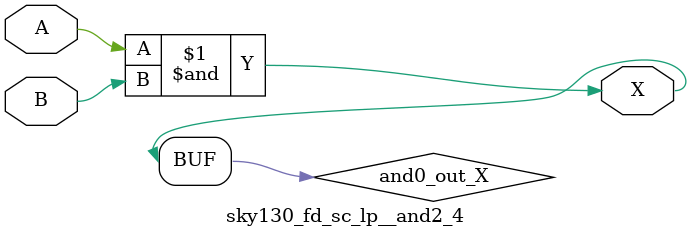
<source format=v>
/*
 * Copyright 2020 The SkyWater PDK Authors
 *
 * Licensed under the Apache License, Version 2.0 (the "License");
 * you may not use this file except in compliance with the License.
 * You may obtain a copy of the License at
 *
 *     https://www.apache.org/licenses/LICENSE-2.0
 *
 * Unless required by applicable law or agreed to in writing, software
 * distributed under the License is distributed on an "AS IS" BASIS,
 * WITHOUT WARRANTIES OR CONDITIONS OF ANY KIND, either express or implied.
 * See the License for the specific language governing permissions and
 * limitations under the License.
 *
 * SPDX-License-Identifier: Apache-2.0
*/


`ifndef SKY130_FD_SC_LP__AND2_4_FUNCTIONAL_V
`define SKY130_FD_SC_LP__AND2_4_FUNCTIONAL_V

/**
 * and2: 2-input AND.
 *
 * Verilog simulation functional model.
 */

`timescale 1ns / 1ps
`default_nettype none

`celldefine
module sky130_fd_sc_lp__and2_4 (
    X,
    A,
    B
);

    // Module ports
    output X;
    input  A;
    input  B;

    // Local signals
    wire and0_out_X;

    //  Name  Output      Other arguments
    and and0 (and0_out_X, A, B           );
    buf buf0 (X         , and0_out_X     );

endmodule
`endcelldefine

`default_nettype wire
`endif  // SKY130_FD_SC_LP__AND2_4_FUNCTIONAL_V

</source>
